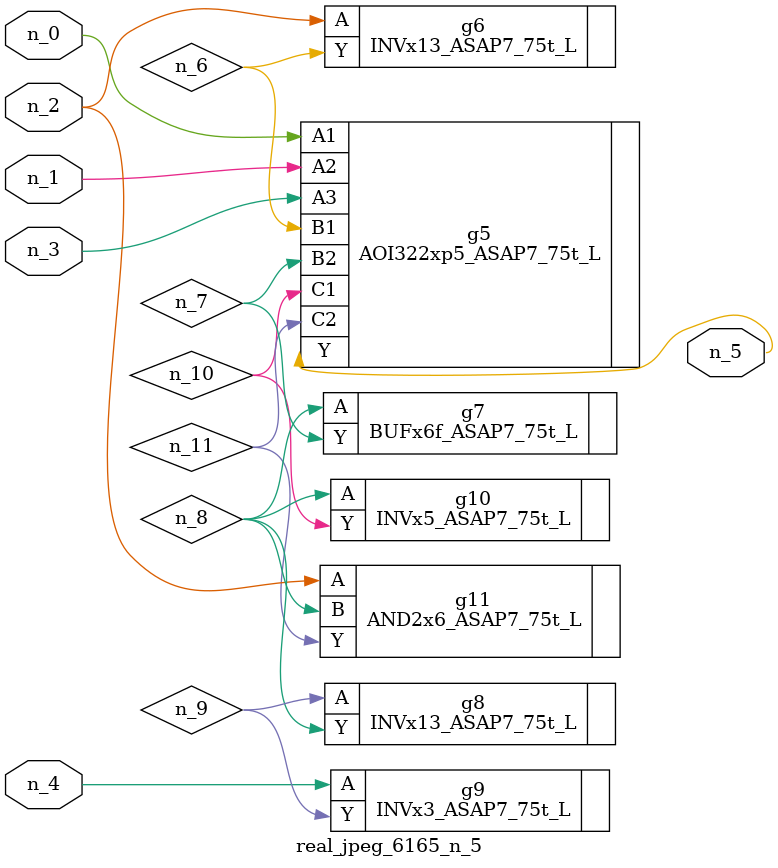
<source format=v>
module real_jpeg_6165_n_5 (n_4, n_0, n_1, n_2, n_3, n_5);

input n_4;
input n_0;
input n_1;
input n_2;
input n_3;

output n_5;

wire n_8;
wire n_11;
wire n_6;
wire n_7;
wire n_10;
wire n_9;

AOI322xp5_ASAP7_75t_L g5 ( 
.A1(n_0),
.A2(n_1),
.A3(n_3),
.B1(n_6),
.B2(n_7),
.C1(n_10),
.C2(n_11),
.Y(n_5)
);

INVx13_ASAP7_75t_L g6 ( 
.A(n_2),
.Y(n_6)
);

AND2x6_ASAP7_75t_L g11 ( 
.A(n_2),
.B(n_8),
.Y(n_11)
);

INVx3_ASAP7_75t_L g9 ( 
.A(n_4),
.Y(n_9)
);

BUFx6f_ASAP7_75t_L g7 ( 
.A(n_8),
.Y(n_7)
);

INVx5_ASAP7_75t_L g10 ( 
.A(n_8),
.Y(n_10)
);

INVx13_ASAP7_75t_L g8 ( 
.A(n_9),
.Y(n_8)
);


endmodule
</source>
